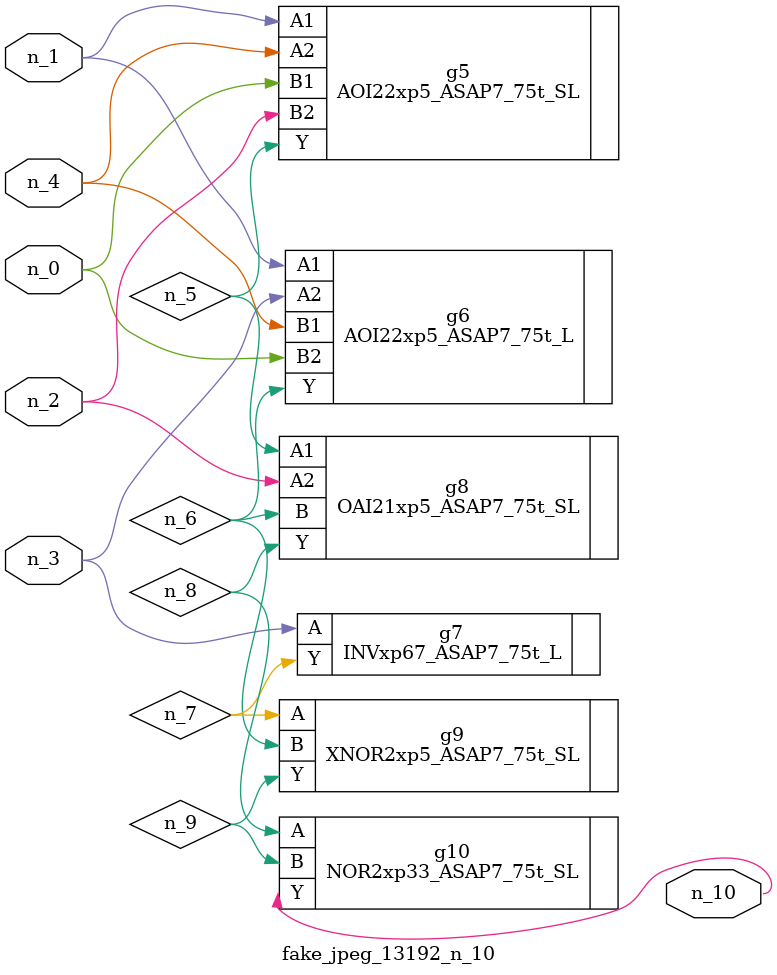
<source format=v>
module fake_jpeg_13192_n_10 (n_3, n_2, n_1, n_0, n_4, n_10);

input n_3;
input n_2;
input n_1;
input n_0;
input n_4;

output n_10;

wire n_8;
wire n_9;
wire n_6;
wire n_5;
wire n_7;

AOI22xp5_ASAP7_75t_SL g5 ( 
.A1(n_1),
.A2(n_4),
.B1(n_0),
.B2(n_2),
.Y(n_5)
);

AOI22xp5_ASAP7_75t_L g6 ( 
.A1(n_1),
.A2(n_3),
.B1(n_4),
.B2(n_0),
.Y(n_6)
);

INVxp67_ASAP7_75t_L g7 ( 
.A(n_3),
.Y(n_7)
);

OAI21xp5_ASAP7_75t_SL g8 ( 
.A1(n_5),
.A2(n_2),
.B(n_6),
.Y(n_8)
);

NOR2xp33_ASAP7_75t_SL g10 ( 
.A(n_8),
.B(n_9),
.Y(n_10)
);

XNOR2xp5_ASAP7_75t_SL g9 ( 
.A(n_7),
.B(n_6),
.Y(n_9)
);


endmodule
</source>
